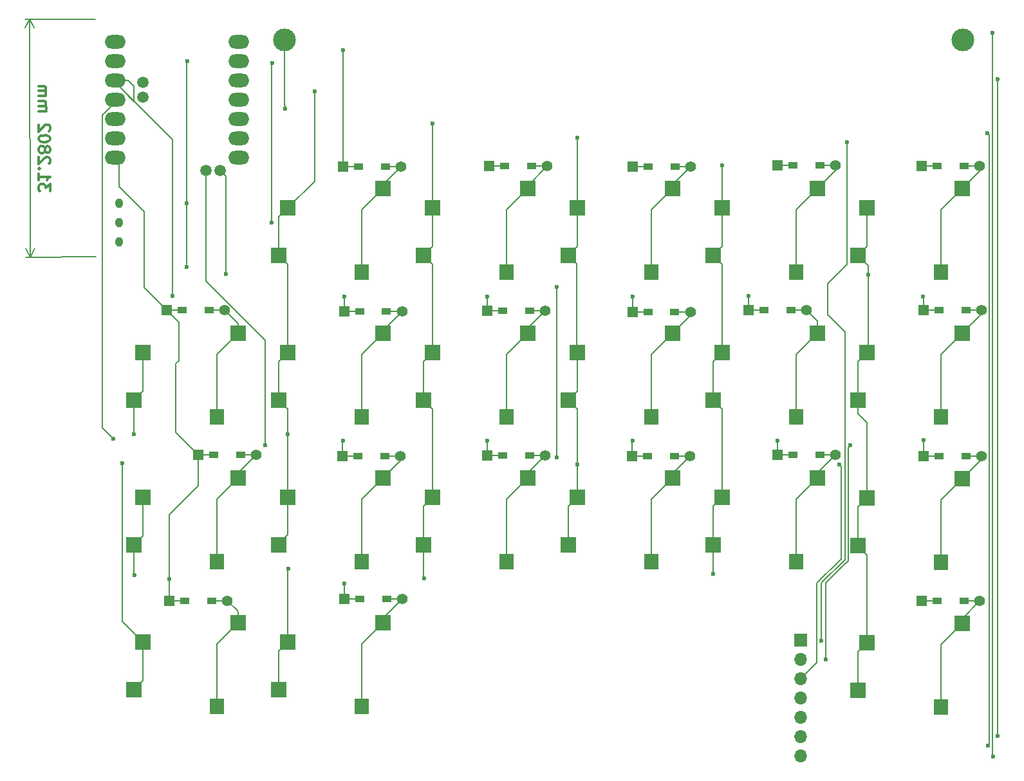
<source format=gbr>
%TF.GenerationSoftware,KiCad,Pcbnew,8.0.7*%
%TF.CreationDate,2025-02-15T16:41:35+09:00*%
%TF.ProjectId,cool642tb_R,636f6f6c-3634-4327-9462-5f522e6b6963,rev?*%
%TF.SameCoordinates,Original*%
%TF.FileFunction,Copper,L2,Bot*%
%TF.FilePolarity,Positive*%
%FSLAX46Y46*%
G04 Gerber Fmt 4.6, Leading zero omitted, Abs format (unit mm)*
G04 Created by KiCad (PCBNEW 8.0.7) date 2025-02-15 16:41:35*
%MOMM*%
%LPD*%
G01*
G04 APERTURE LIST*
%ADD10C,0.300000*%
%TA.AperFunction,NonConductor*%
%ADD11C,0.300000*%
%TD*%
%TA.AperFunction,NonConductor*%
%ADD12C,0.200000*%
%TD*%
%TA.AperFunction,ComponentPad*%
%ADD13R,1.397000X1.397000*%
%TD*%
%TA.AperFunction,SMDPad,CuDef*%
%ADD14R,1.300000X0.950000*%
%TD*%
%TA.AperFunction,ComponentPad*%
%ADD15C,1.397000*%
%TD*%
%TA.AperFunction,SMDPad,CuDef*%
%ADD16R,2.000000X2.000000*%
%TD*%
%TA.AperFunction,SMDPad,CuDef*%
%ADD17R,1.900000X2.000000*%
%TD*%
%TA.AperFunction,ComponentPad*%
%ADD18O,1.000000X1.300000*%
%TD*%
%TA.AperFunction,ComponentPad*%
%ADD19O,2.750000X1.800000*%
%TD*%
%TA.AperFunction,ComponentPad*%
%ADD20C,1.500000*%
%TD*%
%TA.AperFunction,ComponentPad*%
%ADD21R,1.700000X1.700000*%
%TD*%
%TA.AperFunction,ComponentPad*%
%ADD22O,1.700000X1.700000*%
%TD*%
%TA.AperFunction,ComponentPad*%
%ADD23C,3.000000*%
%TD*%
%TA.AperFunction,ViaPad*%
%ADD24C,0.600000*%
%TD*%
%TA.AperFunction,Conductor*%
%ADD25C,0.200000*%
%TD*%
G04 APERTURE END LIST*
D10*
D11*
X-38166205Y4719293D02*
X-38169173Y5647859D01*
X-38169173Y5647859D02*
X-38739001Y5146035D01*
X-38739001Y5146035D02*
X-38739686Y5360320D01*
X-38739686Y5360320D02*
X-38811571Y5502948D01*
X-38811571Y5502948D02*
X-38883227Y5574148D01*
X-38883227Y5574148D02*
X-39026312Y5645119D01*
X-39026312Y5645119D02*
X-39383453Y5643978D01*
X-39383453Y5643978D02*
X-39526081Y5572093D01*
X-39526081Y5572093D02*
X-39597281Y5500436D01*
X-39597281Y5500436D02*
X-39668252Y5357351D01*
X-39668252Y5357351D02*
X-39666882Y4928782D01*
X-39666882Y4928782D02*
X-39594997Y4786154D01*
X-39594997Y4786154D02*
X-39523341Y4714954D01*
X-39673733Y7071628D02*
X-39670993Y6214489D01*
X-39672363Y6643059D02*
X-38172370Y6647854D01*
X-38172370Y6647854D02*
X-38386198Y6504312D01*
X-38386198Y6504312D02*
X-38528598Y6360999D01*
X-38528598Y6360999D02*
X-38599569Y6217915D01*
X-39532932Y7714938D02*
X-39604588Y7786138D01*
X-39604588Y7786138D02*
X-39675788Y7714481D01*
X-39675788Y7714481D02*
X-39604131Y7643281D01*
X-39604131Y7643281D02*
X-39532932Y7714938D01*
X-39532932Y7714938D02*
X-39675788Y7714481D01*
X-38320707Y8361674D02*
X-38249507Y8433331D01*
X-38249507Y8433331D02*
X-38178536Y8576415D01*
X-38178536Y8576415D02*
X-38179678Y8933556D01*
X-38179678Y8933556D02*
X-38251562Y9076184D01*
X-38251562Y9076184D02*
X-38323219Y9147384D01*
X-38323219Y9147384D02*
X-38466304Y9218356D01*
X-38466304Y9218356D02*
X-38609160Y9217899D01*
X-38609160Y9217899D02*
X-38823216Y9145786D01*
X-38823216Y9145786D02*
X-39677615Y8285907D01*
X-39677615Y8285907D02*
X-39680583Y9214474D01*
X-38826185Y10074352D02*
X-38754300Y9931724D01*
X-38754300Y9931724D02*
X-38682644Y9860524D01*
X-38682644Y9860524D02*
X-38539559Y9789553D01*
X-38539559Y9789553D02*
X-38468131Y9789781D01*
X-38468131Y9789781D02*
X-38325503Y9861666D01*
X-38325503Y9861666D02*
X-38254303Y9933323D01*
X-38254303Y9933323D02*
X-38183331Y10076407D01*
X-38183331Y10076407D02*
X-38184245Y10362120D01*
X-38184245Y10362120D02*
X-38256130Y10504748D01*
X-38256130Y10504748D02*
X-38327786Y10575948D01*
X-38327786Y10575948D02*
X-38470871Y10646920D01*
X-38470871Y10646920D02*
X-38542299Y10646691D01*
X-38542299Y10646691D02*
X-38684927Y10574806D01*
X-38684927Y10574806D02*
X-38756127Y10503150D01*
X-38756127Y10503150D02*
X-38827098Y10360065D01*
X-38827098Y10360065D02*
X-38826185Y10074352D01*
X-38826185Y10074352D02*
X-38897157Y9931267D01*
X-38897157Y9931267D02*
X-38968356Y9859611D01*
X-38968356Y9859611D02*
X-39110984Y9787726D01*
X-39110984Y9787726D02*
X-39396697Y9786812D01*
X-39396697Y9786812D02*
X-39539782Y9857784D01*
X-39539782Y9857784D02*
X-39611439Y9928984D01*
X-39611439Y9928984D02*
X-39683324Y10071612D01*
X-39683324Y10071612D02*
X-39684237Y10357325D01*
X-39684237Y10357325D02*
X-39613265Y10500409D01*
X-39613265Y10500409D02*
X-39542066Y10572066D01*
X-39542066Y10572066D02*
X-39399438Y10643951D01*
X-39399438Y10643951D02*
X-39113725Y10644864D01*
X-39113725Y10644864D02*
X-38970640Y10573893D01*
X-38970640Y10573893D02*
X-38898983Y10502693D01*
X-38898983Y10502693D02*
X-38827098Y10360065D01*
X-38188127Y11576399D02*
X-38188583Y11719256D01*
X-38188583Y11719256D02*
X-38260468Y11861884D01*
X-38260468Y11861884D02*
X-38332125Y11933084D01*
X-38332125Y11933084D02*
X-38475210Y12004055D01*
X-38475210Y12004055D02*
X-38761151Y12074570D01*
X-38761151Y12074570D02*
X-39118292Y12073428D01*
X-39118292Y12073428D02*
X-39403776Y12001086D01*
X-39403776Y12001086D02*
X-39546404Y11929202D01*
X-39546404Y11929202D02*
X-39617604Y11857545D01*
X-39617604Y11857545D02*
X-39688576Y11714460D01*
X-39688576Y11714460D02*
X-39688119Y11571604D01*
X-39688119Y11571604D02*
X-39616234Y11428976D01*
X-39616234Y11428976D02*
X-39544577Y11357776D01*
X-39544577Y11357776D02*
X-39401493Y11286804D01*
X-39401493Y11286804D02*
X-39115551Y11216290D01*
X-39115551Y11216290D02*
X-38758410Y11217431D01*
X-38758410Y11217431D02*
X-38472926Y11289773D01*
X-38472926Y11289773D02*
X-38330298Y11361658D01*
X-38330298Y11361658D02*
X-38259098Y11433314D01*
X-38259098Y11433314D02*
X-38188127Y11576399D01*
X-38334408Y12647365D02*
X-38263208Y12719022D01*
X-38263208Y12719022D02*
X-38192237Y12862106D01*
X-38192237Y12862106D02*
X-38193379Y13219248D01*
X-38193379Y13219248D02*
X-38265264Y13361876D01*
X-38265264Y13361876D02*
X-38336920Y13433075D01*
X-38336920Y13433075D02*
X-38480005Y13504047D01*
X-38480005Y13504047D02*
X-38622861Y13503590D01*
X-38622861Y13503590D02*
X-38836918Y13431477D01*
X-38836918Y13431477D02*
X-39691316Y12571598D01*
X-39691316Y12571598D02*
X-39694284Y13500165D01*
X-39699993Y15285870D02*
X-38699998Y15289066D01*
X-38842855Y15288610D02*
X-38771655Y15360266D01*
X-38771655Y15360266D02*
X-38700683Y15503351D01*
X-38700683Y15503351D02*
X-38701368Y15717636D01*
X-38701368Y15717636D02*
X-38773253Y15860264D01*
X-38773253Y15860264D02*
X-38916338Y15931235D01*
X-38916338Y15931235D02*
X-39702048Y15928723D01*
X-38916338Y15931235D02*
X-38773710Y16003120D01*
X-38773710Y16003120D02*
X-38702738Y16146205D01*
X-38702738Y16146205D02*
X-38703424Y16360490D01*
X-38703424Y16360490D02*
X-38775308Y16503118D01*
X-38775308Y16503118D02*
X-38918393Y16574089D01*
X-38918393Y16574089D02*
X-39704103Y16571577D01*
X-39706387Y17285859D02*
X-38706392Y17289056D01*
X-38849249Y17288600D02*
X-38778049Y17360256D01*
X-38778049Y17360256D02*
X-38707077Y17503341D01*
X-38707077Y17503341D02*
X-38707762Y17717625D01*
X-38707762Y17717625D02*
X-38779647Y17860254D01*
X-38779647Y17860254D02*
X-38922732Y17931225D01*
X-38922732Y17931225D02*
X-39708442Y17928713D01*
X-38922732Y17931225D02*
X-38780104Y18003110D01*
X-38780104Y18003110D02*
X-38709132Y18146195D01*
X-38709132Y18146195D02*
X-38709817Y18360479D01*
X-38709817Y18360479D02*
X-38781702Y18503107D01*
X-38781702Y18503107D02*
X-38924787Y18574079D01*
X-38924787Y18574079D02*
X-39710497Y18571567D01*
D12*
X-32249997Y27378402D02*
X-41446659Y27349001D01*
X-32149997Y-3901598D02*
X-41346659Y-3930999D01*
X-40860242Y27350875D02*
X-40760242Y-3929125D01*
X-40860242Y27350875D02*
X-40760242Y-3929125D01*
X-40860242Y27350875D02*
X-40270223Y26226252D01*
X-40860242Y27350875D02*
X-41443058Y26222502D01*
X-40760242Y-3929125D02*
X-41350261Y-2804502D01*
X-40760242Y-3929125D02*
X-40177426Y-2800752D01*
D13*
%TO.P,D7,1,K*%
%TO.N,Row2*%
X19340000Y-30010000D03*
D14*
X21375000Y-30010000D03*
%TO.P,D7,2,A*%
%TO.N,Net-(D7-A)*%
X24925000Y-30010000D03*
D15*
X26960000Y-30010000D03*
%TD*%
D13*
%TO.P,D11,1,K*%
%TO.N,Row2*%
X38370000Y-30100000D03*
D14*
X40405000Y-30100000D03*
%TO.P,D11,2,A*%
%TO.N,Net-(D11-A)*%
X43955000Y-30100000D03*
D15*
X45990000Y-30100000D03*
%TD*%
D16*
%TO.P,SW1,1,1*%
%TO.N,Col0*%
X-8100000Y-3700000D03*
X-6900000Y2540000D03*
D17*
%TO.P,SW1,2,2*%
%TO.N,Net-(D1-A)*%
X2800000Y-5900000D03*
D16*
X5600000Y5080000D03*
%TD*%
D13*
%TO.P,D20,1,K*%
%TO.N,Row3*%
X76510000Y-49200000D03*
D14*
X78545000Y-49200000D03*
%TO.P,D20,2,A*%
%TO.N,Net-(D20-A)*%
X82095000Y-49200000D03*
D15*
X84130000Y-49200000D03*
%TD*%
D16*
%TO.P,SW8,1,1*%
%TO.N,Col1*%
X-27150000Y-41800000D03*
X-25950000Y-35560000D03*
D17*
%TO.P,SW8,2,2*%
%TO.N,Net-(D8-A)*%
X-16250000Y-44000000D03*
D16*
X-13450000Y-33020000D03*
%TD*%
D13*
%TO.P,D13,1,K*%
%TO.N,Row0*%
X57500000Y8140000D03*
D14*
X59535000Y8140000D03*
%TO.P,D13,2,A*%
%TO.N,Net-(D13-A)*%
X63085000Y8140000D03*
D15*
X65120000Y8140000D03*
%TD*%
D16*
%TO.P,SW15,1,1*%
%TO.N,Col3*%
X49050000Y-41800000D03*
X50250000Y-35560000D03*
D17*
%TO.P,SW15,2,2*%
%TO.N,Net-(D15-A)*%
X59950000Y-44000000D03*
D16*
X62750000Y-33020000D03*
%TD*%
%TO.P,SW16,1,1*%
%TO.N,Col3*%
X-8100000Y-60850000D03*
X-6900000Y-54610000D03*
D17*
%TO.P,SW16,2,2*%
%TO.N,Net-(D16-A)*%
X2800000Y-63050000D03*
D16*
X5600000Y-52070000D03*
%TD*%
D18*
%TO.P,SW21,1,A*%
%TO.N,unconnected-(SW21-A-Pad1)*%
X-29100000Y-1900000D03*
%TO.P,SW21,2,B*%
%TO.N,Net-(BT1--)*%
X-29100000Y600000D03*
%TO.P,SW21,3,C*%
%TO.N,GND*%
X-29100000Y3100000D03*
%TD*%
D16*
%TO.P,SW13,1,1*%
%TO.N,Col3*%
X49050000Y-3700000D03*
X50250000Y2540000D03*
D17*
%TO.P,SW13,2,2*%
%TO.N,Net-(D13-A)*%
X59950000Y-5900000D03*
D16*
X62750000Y5080000D03*
%TD*%
D13*
%TO.P,D15,1,K*%
%TO.N,Row2*%
X57500000Y-29950000D03*
D14*
X59535000Y-29950000D03*
%TO.P,D15,2,A*%
%TO.N,Net-(D15-A)*%
X63085000Y-29950000D03*
D15*
X65120000Y-29950000D03*
%TD*%
D13*
%TO.P,D1,1,K*%
%TO.N,Row0*%
X350000Y8000000D03*
D14*
X2385000Y8000000D03*
%TO.P,D1,2,A*%
%TO.N,Net-(D1-A)*%
X5935000Y8000000D03*
D15*
X7970000Y8000000D03*
%TD*%
D13*
%TO.P,D9,1,K*%
%TO.N,Row0*%
X38490000Y8000000D03*
D14*
X40525000Y8000000D03*
%TO.P,D9,2,A*%
%TO.N,Net-(D9-A)*%
X44075000Y8000000D03*
D15*
X46110000Y8000000D03*
%TD*%
D13*
%TO.P,D17,1,K*%
%TO.N,Row0*%
X76480000Y8060000D03*
D14*
X78515000Y8060000D03*
%TO.P,D17,2,A*%
%TO.N,Net-(D17-A)*%
X82065000Y8060000D03*
D15*
X84100000Y8060000D03*
%TD*%
D13*
%TO.P,D4,1,K*%
%TO.N,Row3*%
X-22850000Y-10950000D03*
D14*
X-20815000Y-10950000D03*
%TO.P,D4,2,A*%
%TO.N,Net-(D4-A)*%
X-17265000Y-10950000D03*
D15*
X-15230000Y-10950000D03*
%TD*%
D13*
%TO.P,D16,1,K*%
%TO.N,Row3*%
X520000Y-48970000D03*
D14*
X2555000Y-48970000D03*
%TO.P,D16,2,A*%
%TO.N,Net-(D16-A)*%
X6105000Y-48970000D03*
D15*
X8140000Y-48970000D03*
%TD*%
D16*
%TO.P,SW17,1,1*%
%TO.N,Col4*%
X68100000Y-3700000D03*
X69300000Y2540000D03*
D17*
%TO.P,SW17,2,2*%
%TO.N,Net-(D17-A)*%
X79000000Y-5900000D03*
D16*
X81800000Y5080000D03*
%TD*%
D13*
%TO.P,D3,1,K*%
%TO.N,Row2*%
X295000Y-30130000D03*
D14*
X2330000Y-30130000D03*
%TO.P,D3,2,A*%
%TO.N,Net-(D3-A)*%
X5880000Y-30130000D03*
D15*
X7915000Y-30130000D03*
%TD*%
D13*
%TO.P,D19,1,K*%
%TO.N,Row2*%
X76740000Y-30110000D03*
D14*
X78775000Y-30110000D03*
%TO.P,D19,2,A*%
%TO.N,Net-(D19-A)*%
X82325000Y-30110000D03*
D15*
X84360000Y-30110000D03*
%TD*%
D16*
%TO.P,SW11,1,1*%
%TO.N,Col2*%
X30000000Y-41800000D03*
X31200000Y-35560000D03*
D17*
%TO.P,SW11,2,2*%
%TO.N,Net-(D11-A)*%
X40900000Y-44000000D03*
D16*
X43700000Y-33020000D03*
%TD*%
%TO.P,SW12,1,1*%
%TO.N,Col2*%
X-27150000Y-60850000D03*
X-25950000Y-54610000D03*
D17*
%TO.P,SW12,2,2*%
%TO.N,Net-(D12-A)*%
X-16250000Y-63050000D03*
D16*
X-13450000Y-52070000D03*
%TD*%
%TO.P,SW19,1,1*%
%TO.N,Col4*%
X68100000Y-41900000D03*
X69300000Y-35660000D03*
D17*
%TO.P,SW19,2,2*%
%TO.N,Net-(D19-A)*%
X79000000Y-44100000D03*
D16*
X81800000Y-33120000D03*
%TD*%
%TO.P,SW20,1,1*%
%TO.N,Col4*%
X68100000Y-60950000D03*
X69300000Y-54710000D03*
D17*
%TO.P,SW20,2,2*%
%TO.N,Net-(D20-A)*%
X79000000Y-63150000D03*
D16*
X81800000Y-52170000D03*
%TD*%
%TO.P,SW3,1,1*%
%TO.N,Col0*%
X-8100000Y-41800000D03*
X-6900000Y-35560000D03*
D17*
%TO.P,SW3,2,2*%
%TO.N,Net-(D3-A)*%
X2800000Y-44000000D03*
D16*
X5600000Y-33020000D03*
%TD*%
D13*
%TO.P,D10,1,K*%
%TO.N,Row1*%
X38430000Y-11150000D03*
D14*
X40465000Y-11150000D03*
%TO.P,D10,2,A*%
%TO.N,Net-(D10-A)*%
X44015000Y-11150000D03*
D15*
X46050000Y-11150000D03*
%TD*%
D16*
%TO.P,SW7,1,1*%
%TO.N,Col1*%
X10950000Y-41800000D03*
X12150000Y-35560000D03*
D17*
%TO.P,SW7,2,2*%
%TO.N,Net-(D7-A)*%
X21850000Y-44000000D03*
D16*
X24650000Y-33020000D03*
%TD*%
%TO.P,SW10,1,1*%
%TO.N,Col2*%
X30000000Y-22750000D03*
X31200000Y-16510000D03*
D17*
%TO.P,SW10,2,2*%
%TO.N,Net-(D10-A)*%
X40900000Y-24950000D03*
D16*
X43700000Y-13970000D03*
%TD*%
D19*
%TO.P,U1,1,P0.02_A0_D0*%
%TO.N,MOTION*%
X-29620000Y24420000D03*
%TO.P,U1,2,P0.03_A1_D1*%
%TO.N,Row0*%
X-29620000Y21880000D03*
%TO.P,U1,3,P0.28_A2_D2*%
%TO.N,Row1*%
X-29620000Y19340000D03*
%TO.P,U1,4,P0.29_A3_D3*%
%TO.N,Row2*%
X-29620000Y16800000D03*
%TO.P,U1,5,P0.04_A4_D4_SDA*%
%TO.N,SDIO*%
X-29620000Y14260000D03*
%TO.P,U1,6,P0.05_A5_D5_SCL*%
%TO.N,SCLK*%
X-29620000Y11720000D03*
%TO.P,U1,7,P1.11_D6_TX*%
%TO.N,Row3*%
X-29620000Y9180000D03*
%TO.P,U1,8,P1.12_D7_RX*%
%TO.N,Col3*%
X-13380000Y9180000D03*
%TO.P,U1,9,P1.13_D8_SCK*%
%TO.N,Col2*%
X-13380000Y11720000D03*
%TO.P,U1,10,P1.14_D9_MISO*%
%TO.N,Col1*%
X-13380000Y14260000D03*
%TO.P,U1,11,P1.15_D10_MOSI*%
%TO.N,Col0*%
X-13380000Y16800000D03*
%TO.P,U1,12,3V3*%
%TO.N,3.3V*%
X-13380000Y19340000D03*
%TO.P,U1,13,GND*%
%TO.N,GND*%
X-13380000Y21880000D03*
%TO.P,U1,14,5V*%
%TO.N,VCC*%
X-13380000Y24420000D03*
D20*
%TO.P,U1,15,NFC1_0.09*%
%TO.N,CS*%
X-17664600Y7488000D03*
%TO.P,U1,16,NFC2_0.10*%
%TO.N,Col4*%
X-15785000Y7488000D03*
%TO.P,U1,20,BATT+*%
%TO.N,Bat*%
X-25945000Y17117000D03*
%TO.P,U1,21,BATT-*%
%TO.N,GND*%
X-25945000Y19022000D03*
%TD*%
D13*
%TO.P,D2,1,K*%
%TO.N,Row1*%
X500000Y-11080000D03*
D14*
X2535000Y-11080000D03*
%TO.P,D2,2,A*%
%TO.N,Net-(D2-A)*%
X6085000Y-11080000D03*
D15*
X8120000Y-11080000D03*
%TD*%
D21*
%TO.P,J1,1,SCLK*%
%TO.N,SCLK*%
X60590000Y-54350000D03*
D22*
%TO.P,J1,2,nCS*%
%TO.N,CS*%
X60590000Y-56890000D03*
%TO.P,J1,3,GND*%
%TO.N,GND*%
X60590000Y-59430000D03*
%TO.P,J1,4,Vin*%
%TO.N,3.3V*%
X60590000Y-61970000D03*
%TO.P,J1,5,nc*%
%TO.N,unconnected-(J1-nc-Pad5)*%
X60590000Y-64510000D03*
%TO.P,J1,6,SDIO*%
%TO.N,SDIO*%
X60590000Y-67050000D03*
%TO.P,J1,7,MOTION*%
%TO.N,MOTION*%
X60590000Y-69590000D03*
%TD*%
D13*
%TO.P,D6,1,K*%
%TO.N,Row1*%
X19340000Y-10980000D03*
D14*
X21375000Y-10980000D03*
%TO.P,D6,2,A*%
%TO.N,Net-(D6-A)*%
X24925000Y-10980000D03*
D15*
X26960000Y-10980000D03*
%TD*%
D16*
%TO.P,SW5,1,1*%
%TO.N,Col1*%
X10950000Y-3700000D03*
X12150000Y2540000D03*
D17*
%TO.P,SW5,2,2*%
%TO.N,Net-(D5-A)*%
X21850000Y-5900000D03*
D16*
X24650000Y5080000D03*
%TD*%
%TO.P,SW6,1,1*%
%TO.N,Col1*%
X10950000Y-22750000D03*
X12150000Y-16510000D03*
D17*
%TO.P,SW6,2,2*%
%TO.N,Net-(D6-A)*%
X21850000Y-24950000D03*
D16*
X24650000Y-13970000D03*
%TD*%
%TO.P,SW9,1,1*%
%TO.N,Col2*%
X30000000Y-3700000D03*
X31200000Y2540000D03*
D17*
%TO.P,SW9,2,2*%
%TO.N,Net-(D9-A)*%
X40900000Y-5900000D03*
D16*
X43700000Y5080000D03*
%TD*%
%TO.P,SW4,1,1*%
%TO.N,Col0*%
X-27150000Y-22750000D03*
X-25950000Y-16510000D03*
D17*
%TO.P,SW4,2,2*%
%TO.N,Net-(D4-A)*%
X-16250000Y-24950000D03*
D16*
X-13450000Y-13970000D03*
%TD*%
D13*
%TO.P,D8,1,K*%
%TO.N,Row3*%
X-18680000Y-29980000D03*
D14*
X-16645000Y-29980000D03*
%TO.P,D8,2,A*%
%TO.N,Net-(D8-A)*%
X-13095000Y-29980000D03*
D15*
X-11060000Y-29980000D03*
%TD*%
D23*
%TO.P,BT1,1,+*%
%TO.N,Bat*%
X-7350000Y24620000D03*
%TO.P,BT1,2,-*%
%TO.N,Net-(BT1--)*%
X81920000Y24660000D03*
%TD*%
D13*
%TO.P,D14,1,K*%
%TO.N,Row1*%
X53680000Y-10930000D03*
D14*
X55715000Y-10930000D03*
%TO.P,D14,2,A*%
%TO.N,Net-(D14-A)*%
X59265000Y-10930000D03*
D15*
X61300000Y-10930000D03*
%TD*%
D13*
%TO.P,D12,1,K*%
%TO.N,Row3*%
X-22500000Y-49140000D03*
D14*
X-20465000Y-49140000D03*
%TO.P,D12,2,A*%
%TO.N,Net-(D12-A)*%
X-16915000Y-49140000D03*
D15*
X-14880000Y-49140000D03*
%TD*%
D13*
%TO.P,D5,1,K*%
%TO.N,Row0*%
X19600000Y8040000D03*
D14*
X21635000Y8040000D03*
%TO.P,D5,2,A*%
%TO.N,Net-(D5-A)*%
X25185000Y8040000D03*
D15*
X27220000Y8040000D03*
%TD*%
D16*
%TO.P,SW2,1,1*%
%TO.N,Col0*%
X-8100000Y-22750000D03*
X-6900000Y-16510000D03*
D17*
%TO.P,SW2,2,2*%
%TO.N,Net-(D2-A)*%
X2800000Y-24950000D03*
D16*
X5600000Y-13970000D03*
%TD*%
%TO.P,SW18,1,1*%
%TO.N,Col4*%
X68100000Y-22750000D03*
X69300000Y-16510000D03*
D17*
%TO.P,SW18,2,2*%
%TO.N,Net-(D18-A)*%
X79000000Y-24950000D03*
D16*
X81800000Y-13970000D03*
%TD*%
%TO.P,SW14,1,1*%
%TO.N,Col3*%
X49050000Y-22750000D03*
X50250000Y-16510000D03*
D17*
%TO.P,SW14,2,2*%
%TO.N,Net-(D14-A)*%
X59950000Y-24950000D03*
D16*
X62750000Y-13970000D03*
%TD*%
D13*
%TO.P,D18,1,K*%
%TO.N,Row1*%
X76730000Y-10920000D03*
D14*
X78765000Y-10920000D03*
%TO.P,D18,2,A*%
%TO.N,Net-(D18-A)*%
X82315000Y-10920000D03*
D15*
X84350000Y-10920000D03*
%TD*%
D24*
%TO.N,Col0*%
X-27130000Y-27240000D03*
X-6900000Y-27240000D03*
%TO.N,Bat*%
X-7280000Y15590000D03*
%TO.N,Row0*%
X350000Y23320000D03*
%TO.N,Row1*%
X76650000Y-9160000D03*
X53670000Y-9040000D03*
X510000Y-9100000D03*
X-22060000Y-9070000D03*
X38450000Y-9100000D03*
X19340000Y-9100000D03*
%TO.N,Row2*%
X340000Y-28070000D03*
X38470000Y-28070000D03*
X19360000Y-28070000D03*
X76720000Y-28030000D03*
X-29850000Y-27840000D03*
X57530000Y-28070000D03*
%TO.N,Row3*%
X560000Y-46930000D03*
X-22450000Y-46340000D03*
%TO.N,GND*%
X65680000Y-31230000D03*
X28480000Y-7840000D03*
X-20110000Y21880000D03*
X28470000Y-30300000D03*
X-20200000Y-5200000D03*
X-20190000Y3120000D03*
%TO.N,CS*%
X63910000Y-56860000D03*
X67120000Y-28720000D03*
X-9850000Y-28700000D03*
%TO.N,SCLK*%
X66680000Y11170000D03*
X63310000Y-54390000D03*
%TO.N,MOTION*%
X85880000Y-69630000D03*
X85780000Y25610000D03*
%TO.N,3.3V*%
X86460000Y-66960000D03*
X86480000Y19500000D03*
%TO.N,SDIO*%
X85120000Y12360000D03*
X85180000Y-68240000D03*
%TO.N,Col0*%
X-3380000Y17890000D03*
%TO.N,Col1*%
X12100000Y13660000D03*
X-27100000Y-45810000D03*
X11050000Y-46230000D03*
%TO.N,Col2*%
X-28700000Y-31100000D03*
X31200000Y-31240000D03*
X31220000Y11800000D03*
%TO.N,Col3*%
X-6850000Y-44940000D03*
X49020000Y-45640000D03*
X50270000Y8120000D03*
%TO.N,Col4*%
X-15030000Y-6160000D03*
X69430000Y-6240000D03*
%TO.N,Net-(BT1--)*%
X-8990000Y570000D03*
X-8960000Y21580000D03*
%TD*%
D25*
%TO.N,Col0*%
X-27150000Y-27220000D02*
X-27130000Y-27240000D01*
X-27150000Y-22750000D02*
X-27150000Y-27220000D01*
%TO.N,Bat*%
X-7280000Y15590000D02*
X-7280000Y16010000D01*
X-7280000Y16010000D02*
X-7350000Y16080000D01*
X-7350000Y16080000D02*
X-7350000Y24620000D01*
%TO.N,Net-(D1-A)*%
X5600000Y5080000D02*
X2800000Y2280000D01*
X5600000Y5630000D02*
X5600000Y5080000D01*
X7970000Y8000000D02*
X5600000Y5630000D01*
X5935000Y8000000D02*
X7970000Y8000000D01*
X2800000Y2280000D02*
X2800000Y-5900000D01*
%TO.N,Row0*%
X19600000Y8040000D02*
X21635000Y8040000D01*
X57500000Y8140000D02*
X59535000Y8140000D01*
X350000Y8000000D02*
X2385000Y8000000D01*
X350000Y8000000D02*
X350000Y23320000D01*
X76480000Y8060000D02*
X78515000Y8060000D01*
X38490000Y8000000D02*
X40525000Y8000000D01*
%TO.N,Net-(D2-A)*%
X6085000Y-11080000D02*
X8120000Y-11080000D01*
X8120000Y-11080000D02*
X5600000Y-13600000D01*
X5600000Y-13600000D02*
X5600000Y-13970000D01*
X5600000Y-13970000D02*
X2800000Y-16770000D01*
X2800000Y-16770000D02*
X2800000Y-24950000D01*
%TO.N,Row1*%
X38430000Y-11150000D02*
X40465000Y-11150000D01*
X-22060000Y11490000D02*
X-22060000Y-9070000D01*
X500000Y-9110000D02*
X510000Y-9100000D01*
X-27120000Y16550000D02*
X-29120000Y18550000D01*
X76730000Y-9240000D02*
X76650000Y-9160000D01*
X19340000Y-10980000D02*
X21375000Y-10980000D01*
X53670000Y-10920000D02*
X53680000Y-10930000D01*
X-29120000Y18550000D02*
X-22060000Y11490000D01*
X500000Y-11080000D02*
X2535000Y-11080000D01*
X-27900000Y19340000D02*
X-27120000Y18560000D01*
X38430000Y-9120000D02*
X38450000Y-9100000D01*
X-27120000Y18560000D02*
X-27120000Y16550000D01*
X500000Y-11080000D02*
X500000Y-9110000D01*
X19340000Y-10980000D02*
X19340000Y-9100000D01*
X53670000Y-9040000D02*
X53670000Y-10920000D01*
X76730000Y-10920000D02*
X76730000Y-9240000D01*
X-29120000Y19340000D02*
X-27900000Y19340000D01*
X53680000Y-10930000D02*
X55715000Y-10930000D01*
X38430000Y-11150000D02*
X38430000Y-9120000D01*
X76730000Y-10920000D02*
X78765000Y-10920000D01*
%TO.N,Net-(D3-A)*%
X5600000Y-33020000D02*
X2800000Y-35820000D01*
X5880000Y-30130000D02*
X7915000Y-30130000D01*
X7915000Y-30130000D02*
X7915000Y-30705000D01*
X7915000Y-30705000D02*
X5600000Y-33020000D01*
X2800000Y-35820000D02*
X2800000Y-44000000D01*
%TO.N,Row2*%
X38370000Y-28170000D02*
X38470000Y-28070000D01*
X295000Y-30130000D02*
X2330000Y-30130000D01*
X-31295000Y-26395000D02*
X-29850000Y-27840000D01*
X295000Y-30130000D02*
X295000Y-28115000D01*
X295000Y-28115000D02*
X340000Y-28070000D01*
X57500000Y-29950000D02*
X57500000Y-28100000D01*
X38370000Y-30100000D02*
X40405000Y-30100000D01*
X19340000Y-28090000D02*
X19360000Y-28070000D01*
X76740000Y-28050000D02*
X76740000Y-30110000D01*
X19340000Y-30010000D02*
X21375000Y-30010000D01*
X-29252056Y16800000D02*
X-31295000Y14757056D01*
X-29120000Y16800000D02*
X-29252056Y16800000D01*
X38370000Y-30100000D02*
X38370000Y-28170000D01*
X57500000Y-28100000D02*
X57530000Y-28070000D01*
X-31295000Y14757056D02*
X-31295000Y-26395000D01*
X57500000Y-29950000D02*
X59535000Y-29950000D01*
X76740000Y-30110000D02*
X78775000Y-30110000D01*
X76720000Y-28030000D02*
X76740000Y-28050000D01*
X19340000Y-30010000D02*
X19340000Y-28090000D01*
%TO.N,Net-(D4-A)*%
X-16250000Y-16770000D02*
X-16250000Y-24950000D01*
X-17265000Y-10950000D02*
X-15230000Y-10950000D01*
X-15230000Y-10950000D02*
X-13450000Y-12730000D01*
X-13450000Y-12730000D02*
X-13450000Y-13970000D01*
X-13450000Y-13970000D02*
X-16250000Y-16770000D01*
%TO.N,Row3*%
X520000Y-48970000D02*
X2555000Y-48970000D01*
X-18680000Y-29980000D02*
X-18680000Y-34053045D01*
X-25820000Y2010000D02*
X-29120000Y5310000D01*
X-25820000Y-7980000D02*
X-25820000Y2010000D01*
X520000Y-46970000D02*
X560000Y-46930000D01*
X-21650000Y-17973045D02*
X-21650000Y-27010000D01*
X-29120000Y5310000D02*
X-29120000Y9180000D01*
X-21650000Y-27010000D02*
X-18680000Y-29980000D01*
X-22500000Y-49140000D02*
X-20465000Y-49140000D01*
X-22450000Y-37823045D02*
X-22450000Y-46340000D01*
X520000Y-48970000D02*
X520000Y-46970000D01*
X-22450000Y-46340000D02*
X-22450000Y-49090000D01*
X-21260000Y-12540000D02*
X-21260000Y-17583045D01*
X-22850000Y-10950000D02*
X-25820000Y-7980000D01*
X-22450000Y-49090000D02*
X-22500000Y-49140000D01*
X-18680000Y-34053045D02*
X-22450000Y-37823045D01*
X-22850000Y-10950000D02*
X-20815000Y-10950000D01*
X-22850000Y-10950000D02*
X-21260000Y-12540000D01*
X-21260000Y-17583045D02*
X-21650000Y-17973045D01*
X-18680000Y-29980000D02*
X-16645000Y-29980000D01*
X76510000Y-49200000D02*
X78545000Y-49200000D01*
%TO.N,Net-(D5-A)*%
X24650000Y5470000D02*
X24650000Y5080000D01*
X24650000Y5080000D02*
X21850000Y2280000D01*
X25185000Y8040000D02*
X27220000Y8040000D01*
X27220000Y8040000D02*
X24650000Y5470000D01*
X21850000Y2280000D02*
X21850000Y-5900000D01*
%TO.N,Net-(D6-A)*%
X26960000Y-10980000D02*
X24650000Y-13290000D01*
X24925000Y-10980000D02*
X26960000Y-10980000D01*
X24650000Y-13290000D02*
X24650000Y-13970000D01*
X24650000Y-13970000D02*
X21850000Y-16770000D01*
X21850000Y-16770000D02*
X21850000Y-24950000D01*
%TO.N,Net-(D7-A)*%
X21850000Y-35820000D02*
X24650000Y-33020000D01*
X21850000Y-44000000D02*
X21850000Y-35820000D01*
X24925000Y-30010000D02*
X26960000Y-30010000D01*
X26960000Y-30010000D02*
X24650000Y-32320000D01*
X24650000Y-32320000D02*
X24650000Y-33020000D01*
%TO.N,Net-(D8-A)*%
X-13450000Y-32370000D02*
X-13450000Y-33020000D01*
X-11060000Y-29980000D02*
X-13450000Y-32370000D01*
X-16250000Y-35820000D02*
X-16250000Y-44000000D01*
X-13095000Y-29980000D02*
X-11060000Y-29980000D01*
X-13450000Y-33020000D02*
X-16250000Y-35820000D01*
%TO.N,Net-(D9-A)*%
X46110000Y8000000D02*
X43700000Y5590000D01*
X43700000Y5590000D02*
X43700000Y5080000D01*
X44075000Y8000000D02*
X46110000Y8000000D01*
X40900000Y2280000D02*
X40900000Y-5900000D01*
X43700000Y5080000D02*
X40900000Y2280000D01*
%TO.N,Net-(D10-A)*%
X44015000Y-11150000D02*
X46050000Y-11150000D01*
X40900000Y-16770000D02*
X40900000Y-24950000D01*
X46050000Y-11150000D02*
X46050000Y-11620000D01*
X46050000Y-11620000D02*
X43700000Y-13970000D01*
X43700000Y-13970000D02*
X40900000Y-16770000D01*
%TO.N,Net-(D11-A)*%
X43700000Y-33020000D02*
X40900000Y-35820000D01*
X45990000Y-30100000D02*
X43700000Y-32390000D01*
X40900000Y-35820000D02*
X40900000Y-44000000D01*
X43955000Y-30100000D02*
X45990000Y-30100000D01*
X43700000Y-32390000D02*
X43700000Y-33020000D01*
%TO.N,Net-(D12-A)*%
X-14880000Y-49140000D02*
X-13450000Y-50570000D01*
X-13450000Y-50570000D02*
X-13450000Y-52070000D01*
X-16915000Y-49140000D02*
X-14880000Y-49140000D01*
X-16250000Y-54870000D02*
X-16250000Y-63050000D01*
X-13450000Y-52070000D02*
X-16250000Y-54870000D01*
%TO.N,Net-(D13-A)*%
X59950000Y2280000D02*
X59950000Y-5900000D01*
X62750000Y5080000D02*
X59950000Y2280000D01*
X65120000Y8140000D02*
X65120000Y7450000D01*
X65120000Y7450000D02*
X62750000Y5080000D01*
X63085000Y8140000D02*
X65120000Y8140000D01*
%TO.N,Net-(D14-A)*%
X61300000Y-10930000D02*
X62750000Y-12380000D01*
X62750000Y-13970000D02*
X59950000Y-16770000D01*
X59265000Y-10930000D02*
X61300000Y-10930000D01*
X59950000Y-16770000D02*
X59950000Y-24950000D01*
X62750000Y-12380000D02*
X62750000Y-13970000D01*
%TO.N,Net-(D15-A)*%
X65120000Y-29950000D02*
X62750000Y-32320000D01*
X62750000Y-32320000D02*
X62750000Y-33020000D01*
X62750000Y-33020000D02*
X59950000Y-35820000D01*
X63085000Y-29950000D02*
X65120000Y-29950000D01*
X59950000Y-35820000D02*
X59950000Y-44000000D01*
%TO.N,Net-(D16-A)*%
X2800000Y-54870000D02*
X2800000Y-63050000D01*
X8140000Y-48970000D02*
X5600000Y-51510000D01*
X6105000Y-48970000D02*
X8140000Y-48970000D01*
X5600000Y-51510000D02*
X5600000Y-52070000D01*
X5600000Y-52070000D02*
X2800000Y-54870000D01*
%TO.N,Net-(D17-A)*%
X81800000Y5080000D02*
X79000000Y2280000D01*
X79000000Y2280000D02*
X79000000Y-5900000D01*
X82065000Y8060000D02*
X84100000Y8060000D01*
X84100000Y8060000D02*
X84100000Y7380000D01*
X84100000Y7380000D02*
X81800000Y5080000D01*
%TO.N,Net-(D18-A)*%
X84350000Y-11420000D02*
X81800000Y-13970000D01*
X84350000Y-10920000D02*
X84350000Y-11420000D01*
X79000000Y-16770000D02*
X79000000Y-24950000D01*
X82315000Y-10920000D02*
X84350000Y-10920000D01*
X81800000Y-13970000D02*
X79000000Y-16770000D01*
%TO.N,GND*%
X-20200000Y-5200000D02*
X-20200000Y3110000D01*
X65890000Y-43672633D02*
X65890000Y-31440000D01*
X-20190000Y21800000D02*
X-20110000Y21880000D01*
X62710000Y-57310000D02*
X62710000Y-46852633D01*
X62710000Y-46852633D02*
X65706316Y-43856317D01*
X65706316Y-43856317D02*
X65890000Y-43672633D01*
X28470000Y-30300000D02*
X28470000Y-7850000D01*
X-20200000Y3110000D02*
X-20190000Y3120000D01*
X28470000Y-7850000D02*
X28480000Y-7840000D01*
X60590000Y-59430000D02*
X62710000Y-57310000D01*
X65890000Y-31440000D02*
X65680000Y-31230000D01*
X-20190000Y3120000D02*
X-20190000Y21800000D01*
%TO.N,CS*%
X63910000Y-46784004D02*
X63910000Y-56860000D01*
X66800000Y-29040000D02*
X67120000Y-28720000D01*
X66162002Y-44532002D02*
X63910000Y-46784004D01*
X66162002Y-44532002D02*
X66800000Y-43894004D01*
X66800000Y-43894004D02*
X66800000Y-29040000D01*
X-9850000Y-14917907D02*
X-9850000Y-28700000D01*
X-17664600Y-7135400D02*
X-17632507Y-7135400D01*
X-17632507Y-7135400D02*
X-9850000Y-14917907D01*
X-17664600Y7488000D02*
X-17664600Y-7135400D01*
%TO.N,SCLK*%
X66400000Y-13780000D02*
X64107467Y-11487467D01*
X63310000Y-46818318D02*
X66400000Y-43728318D01*
X66680000Y-4910000D02*
X66680000Y11170000D01*
X66400000Y-43728318D02*
X66400000Y-13780000D01*
X63310000Y-54390000D02*
X63310000Y-46818318D01*
X64107467Y-7482533D02*
X66680000Y-4910000D01*
X64107467Y-11487467D02*
X64107467Y-7482533D01*
%TO.N,MOTION*%
X85780000Y25610000D02*
X85780000Y-69530000D01*
X85780000Y-69530000D02*
X85880000Y-69630000D01*
%TO.N,3.3V*%
X86480000Y-66940000D02*
X86460000Y-66960000D01*
X86480000Y19500000D02*
X86480000Y-66940000D01*
%TO.N,SDIO*%
X85358500Y12121500D02*
X85358500Y-68061500D01*
X85120000Y12360000D02*
X85358500Y12121500D01*
X85358500Y-68061500D02*
X85180000Y-68240000D01*
%TO.N,Net-(D19-A)*%
X84360000Y-30560000D02*
X81800000Y-33120000D01*
X81800000Y-33120000D02*
X79000000Y-35920000D01*
X79000000Y-35920000D02*
X79000000Y-44100000D01*
X82325000Y-30110000D02*
X84360000Y-30110000D01*
X84360000Y-30110000D02*
X84360000Y-30560000D01*
%TO.N,Col0*%
X-8100000Y-17710000D02*
X-6900000Y-16510000D01*
X-8100000Y1340000D02*
X-6900000Y2540000D01*
X-8100000Y-41690000D02*
X-6900000Y-40490000D01*
X-6900000Y-23950000D02*
X-8100000Y-22750000D01*
X-25950000Y-21550000D02*
X-27150000Y-22750000D01*
X-6900000Y-4900000D02*
X-8100000Y-3700000D01*
X-6900000Y-40490000D02*
X-6900000Y-35560000D01*
X-6900000Y-35560000D02*
X-6900000Y-23950000D01*
X-8100000Y-41800000D02*
X-8100000Y-41690000D01*
X-8100000Y-22750000D02*
X-8100000Y-17710000D01*
X-3380000Y17890000D02*
X-3380000Y6060000D01*
X-25950000Y-16510000D02*
X-25950000Y-21550000D01*
X-8100000Y-3700000D02*
X-8100000Y1340000D01*
X-6900000Y-16510000D02*
X-6900000Y-4900000D01*
X-3380000Y6060000D02*
X-6900000Y2540000D01*
%TO.N,Col1*%
X-25950000Y-35560000D02*
X-25950000Y-40600000D01*
X12150000Y-23950000D02*
X10950000Y-22750000D01*
X10950000Y-36760000D02*
X12150000Y-35560000D01*
X12150000Y-2500000D02*
X10950000Y-3700000D01*
X10950000Y-17710000D02*
X12150000Y-16510000D01*
X-25950000Y-40600000D02*
X-27150000Y-41800000D01*
X12150000Y-35560000D02*
X12150000Y-23950000D01*
X12150000Y-16510000D02*
X12150000Y-4900000D01*
X11050000Y-46230000D02*
X10950000Y-46130000D01*
X12100000Y13660000D02*
X12100000Y13200000D01*
X10950000Y-22750000D02*
X10950000Y-17710000D01*
X10950000Y-46130000D02*
X10950000Y-41800000D01*
X12150000Y-4900000D02*
X10950000Y-3700000D01*
X10950000Y-41800000D02*
X10950000Y-36760000D01*
X12150000Y2540000D02*
X12150000Y-2500000D01*
X-27150000Y-45760000D02*
X-27100000Y-45810000D01*
X12150000Y13150000D02*
X12150000Y2540000D01*
X-27150000Y-41800000D02*
X-27150000Y-45760000D01*
X12100000Y13200000D02*
X12150000Y13150000D01*
%TO.N,Col2*%
X31200000Y-21550000D02*
X30000000Y-22750000D01*
X31120000Y-16430000D02*
X31120000Y-4820000D01*
X31200000Y2540000D02*
X31200000Y-2500000D01*
X31120000Y-4820000D02*
X30000000Y-3700000D01*
X31220000Y11450000D02*
X31200000Y11430000D01*
X-25950000Y-54610000D02*
X-25950000Y-59650000D01*
X31200000Y-31240000D02*
X31200000Y-23950000D01*
X31200000Y-16510000D02*
X31120000Y-16430000D01*
X-25950000Y-59650000D02*
X-27150000Y-60850000D01*
X31200000Y-23950000D02*
X30000000Y-22750000D01*
X31200000Y-35560000D02*
X31200000Y-31240000D01*
X30000000Y-36760000D02*
X31200000Y-35560000D01*
X30000000Y-41800000D02*
X30000000Y-36760000D01*
X-28700000Y-31100000D02*
X-28700000Y-51860000D01*
X31200000Y-16510000D02*
X31200000Y-21550000D01*
X-28700000Y-51860000D02*
X-25950000Y-54610000D01*
X31200000Y-2500000D02*
X30000000Y-3700000D01*
X31220000Y11800000D02*
X31220000Y11450000D01*
X31200000Y11430000D02*
X31200000Y2540000D01*
%TO.N,Col3*%
X50250000Y-2500000D02*
X49050000Y-3700000D01*
X50250000Y-35560000D02*
X50250000Y-23950000D01*
X50250000Y-16510000D02*
X50250000Y-4900000D01*
X50250000Y8100000D02*
X50250000Y2540000D01*
X50250000Y-35560000D02*
X49050000Y-36760000D01*
X50250000Y-4900000D02*
X49050000Y-3700000D01*
X49050000Y-36760000D02*
X49050000Y-41800000D01*
X49020000Y-45640000D02*
X49020000Y-45080000D01*
X49050000Y-17710000D02*
X49050000Y-22750000D01*
X-8100000Y-55810000D02*
X-6900000Y-54610000D01*
X50250000Y2540000D02*
X50250000Y-2500000D01*
X50250000Y-16510000D02*
X49050000Y-17710000D01*
X-8100000Y-60850000D02*
X-8100000Y-55810000D01*
X-6900000Y-54610000D02*
X-6900000Y-44990000D01*
X50270000Y8120000D02*
X50250000Y8100000D01*
X49020000Y-45080000D02*
X49050000Y-45050000D01*
X49050000Y-45050000D02*
X49050000Y-41800000D01*
X-6900000Y-44990000D02*
X-6850000Y-44940000D01*
X50250000Y-23950000D02*
X49050000Y-22750000D01*
%TO.N,Col4*%
X69330000Y-47902945D02*
X69330000Y-43130000D01*
X69300000Y-47932945D02*
X69330000Y-47902945D01*
X69300000Y-2500000D02*
X68100000Y-3700000D01*
X-15785000Y7488000D02*
X-15035000Y6738000D01*
X69330000Y-43130000D02*
X68100000Y-41900000D01*
X69430000Y-16380000D02*
X69430000Y-6240000D01*
X69300000Y-16510000D02*
X69430000Y-16380000D01*
X69430000Y-5030000D02*
X68100000Y-3700000D01*
X68100000Y-36860000D02*
X69300000Y-35660000D01*
X69300000Y-35660000D02*
X69300000Y-25770000D01*
X68100000Y-55910000D02*
X69300000Y-54710000D01*
X68100000Y-17710000D02*
X69300000Y-16510000D01*
X69430000Y-6240000D02*
X69430000Y-5030000D01*
X69300000Y2540000D02*
X69300000Y-2500000D01*
X68100000Y-22750000D02*
X68100000Y-17710000D01*
X69300000Y-54710000D02*
X69300000Y-47932945D01*
X68100000Y-41900000D02*
X68100000Y-36860000D01*
X-15035000Y6738000D02*
X-15035000Y-6155000D01*
X69300000Y-25770000D02*
X68100000Y-24570000D01*
X-15035000Y-6155000D02*
X-15030000Y-6160000D01*
X68100000Y-24570000D02*
X68100000Y-22750000D01*
X68100000Y-60950000D02*
X68100000Y-55910000D01*
%TO.N,Net-(D20-A)*%
X81800000Y-52170000D02*
X79000000Y-54970000D01*
X81800000Y-51530000D02*
X81800000Y-52170000D01*
X84130000Y-49200000D02*
X82095000Y-49200000D01*
X79000000Y-54970000D02*
X79000000Y-63150000D01*
X84130000Y-49200000D02*
X81800000Y-51530000D01*
%TO.N,Net-(BT1--)*%
X-8990000Y12700000D02*
X-8990000Y570000D01*
X-8990000Y12700000D02*
X-8990000Y21550000D01*
X-8990000Y21550000D02*
X-8960000Y21580000D01*
%TD*%
M02*

</source>
